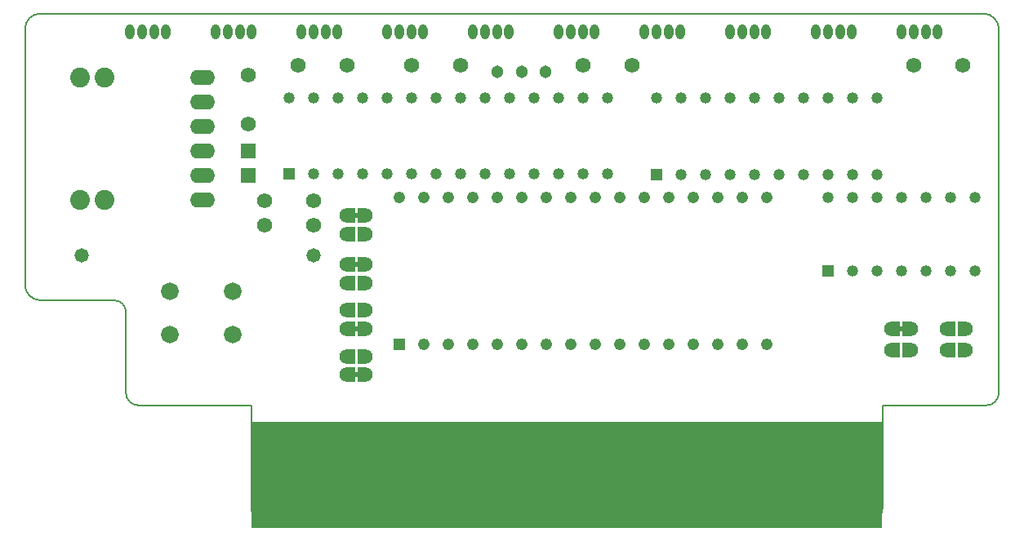
<source format=gbr>
G04 DesignSpark PCB PRO Gerber Version 10.0 Build 5299*
G04 #@! TF.Part,Single*
G04 #@! TF.FileFunction,Soldermask,Top*
G04 #@! TF.FilePolarity,Negative*
%FSLAX35Y35*%
%MOIN*%
G04 #@! TA.AperFunction,ComponentPad*
%ADD119O,0.03743X0.06184*%
G04 #@! TA.AperFunction,SMDPad,CuDef*
%ADD101R,0.06893X0.29728*%
%ADD14R,0.06893X0.35633*%
G04 #@! TA.AperFunction,ComponentPad*
%ADD112R,0.04649X0.04649*%
%ADD109R,0.04661X0.04661*%
%ADD102R,0.04759X0.04759*%
%ADD132R,0.06200X0.06200*%
G04 #@! TD.AperFunction*
%ADD19C,0.00500*%
G04 #@! TA.AperFunction,SMDPad,CuDef*
%AMT104*0 Bullet Pad at angle 90*21,1,0.06200,0.03100,0,0,90*%
%ADD104T104*%
G04 #@! TA.AperFunction,ComponentPad*
%ADD115O,0.10137X0.06200*%
G04 #@! TA.AperFunction,SMDPad,CuDef*
%ADD107R,0.04200X0.02400*%
G04 #@! TA.AperFunction,WasherPad*
%ADD12R,2.57639X0.43308*%
G04 #@! TA.AperFunction,ComponentPad*
%ADD113C,0.04649*%
%ADD110C,0.04661*%
%ADD103C,0.04759*%
%ADD111C,0.05125*%
%ADD120C,0.05810*%
G04 #@! TA.AperFunction,SMDPad,CuDef*
%ADD105C,0.06200*%
G04 #@! TA.AperFunction,ComponentPad*
%ADD108C,0.06200*%
%ADD114C,0.07200*%
%ADD116C,0.08074*%
G04 #@! TA.AperFunction,SMDPad,CuDef*
%AMT106*0 Bullet Pad at angle 270*21,1,0.06200,0.03100,0,0,270*%
%ADD106T106*%
G04 #@! TD.AperFunction*
X0Y0D02*
D02*
D12*
X255079Y28802D03*
D02*
D14*
X135004Y31754D03*
X145004D03*
X155004D03*
X175004D03*
X185004D03*
X195004D03*
X205004D03*
X215004D03*
X225004D03*
X235004D03*
X245004D03*
X255004D03*
X265004D03*
X275004D03*
X285004D03*
X295004D03*
X305004D03*
X315004D03*
X325004D03*
X335004D03*
X345004D03*
X355004D03*
X365004D03*
X375004D03*
D02*
D19*
X131500Y9707D02*
G75*
G02*
X126220Y14987I0J5280D01*
G01*
Y57344D01*
X80041D01*
G75*
G02*
X75041Y62344I0J5000D01*
G01*
Y95258D01*
G75*
G03*
X70041Y100258I-5000J0D01*
G01*
X40054D01*
G75*
G02*
X33804Y106508I0J6250D01*
G01*
Y211094D01*
G75*
G02*
X40054Y217344I6250J0D01*
G01*
X425054D01*
G75*
G02*
X431304Y211094I0J-6250D01*
G01*
Y62344D01*
G75*
G02*
X426304Y57344I-5000J0D01*
G01*
X383858D01*
Y15204D01*
G75*
G02*
X378361Y9707I-5497J0D01*
G01*
X131500D01*
D02*
D101*
X165004Y34707D03*
D02*
D102*
X186510Y82344D03*
D02*
D103*
Y142344D03*
X196510Y82344D03*
Y142344D03*
X206510Y82344D03*
Y142344D03*
X216510Y82344D03*
Y142344D03*
X226510Y82344D03*
Y142344D03*
X236510Y82344D03*
Y142344D03*
X246510Y82344D03*
Y142344D03*
X256510Y82344D03*
Y142344D03*
X266510Y82344D03*
Y142344D03*
X276510Y82344D03*
Y142344D03*
X286510Y82344D03*
Y142344D03*
X296510Y82344D03*
Y142344D03*
X306510Y82344D03*
Y142344D03*
X316510Y82344D03*
Y142344D03*
X326510Y82344D03*
Y142344D03*
X336510Y82344D03*
Y142344D03*
D02*
D104*
X166800Y69844D03*
D02*
D105*
X165250D03*
D02*
D104*
X166800Y77344D03*
D02*
D105*
X165250D03*
D02*
D104*
X166800Y88594D03*
D02*
D105*
X165250D03*
D02*
D104*
X166800Y96094D03*
D02*
D105*
X165250D03*
D02*
D104*
X166800Y107344D03*
D02*
D105*
X165250D03*
D02*
D104*
X166800Y114844D03*
D02*
D105*
X165250D03*
D02*
D104*
X166800Y127344D03*
D02*
D105*
X165250D03*
D02*
D104*
X166800Y134844D03*
D02*
D105*
X165250D03*
D02*
D104*
X389300Y79844D03*
D02*
D105*
X387750D03*
D02*
D104*
X389300Y88594D03*
D02*
D105*
X387750D03*
D02*
D104*
X411800Y79844D03*
D02*
D105*
X410250D03*
D02*
D104*
X411800Y88594D03*
D02*
D105*
X410250D03*
D02*
D106*
X171200Y69844D03*
D02*
D105*
X172750D03*
D02*
D106*
X171200Y77344D03*
D02*
D105*
X172750D03*
D02*
D106*
X171200Y88594D03*
D02*
D105*
X172750D03*
D02*
D106*
X171200Y96094D03*
D02*
D105*
X172750D03*
D02*
D106*
X171200Y107344D03*
D02*
D105*
X172750D03*
D02*
D106*
X171200Y114844D03*
D02*
D105*
X172750D03*
D02*
D106*
X171200Y127344D03*
D02*
D105*
X172750D03*
D02*
D106*
X171200Y134844D03*
D02*
D105*
X172750D03*
D02*
D106*
X393700Y79844D03*
D02*
D105*
X395250D03*
D02*
D106*
X393700Y88594D03*
D02*
D105*
X395250D03*
D02*
D106*
X416200Y79844D03*
D02*
D105*
X417750D03*
D02*
D106*
X416200Y88594D03*
D02*
D105*
X417750D03*
D02*
D107*
X169000Y69844D03*
Y88594D03*
Y114844D03*
Y134844D03*
X391500Y88594D03*
D02*
D108*
X125053Y172344D03*
Y192344D03*
X131500Y130957D03*
Y140957D03*
X145250Y196094D03*
X151500Y130957D03*
Y140957D03*
X165250Y196094D03*
X191500D03*
X211500D03*
X261500D03*
X281500D03*
X396500D03*
X416500D03*
D02*
D109*
X141500Y151719D03*
D02*
D110*
Y182970D03*
X151500Y151719D03*
Y182970D03*
X161500Y151719D03*
Y182970D03*
X171500Y151719D03*
Y182970D03*
X181500Y151719D03*
Y182970D03*
X191500Y151719D03*
Y182970D03*
X201500Y151719D03*
Y182970D03*
X211500Y151719D03*
Y182970D03*
X221500Y151719D03*
Y182970D03*
X231500Y151719D03*
Y182970D03*
X241500Y151719D03*
Y182970D03*
X251500Y151719D03*
Y182970D03*
X261500Y151719D03*
Y182970D03*
X271500Y151719D03*
Y182970D03*
D02*
D111*
X226657Y193457D03*
X236500D03*
X246343D03*
D02*
D112*
X291500Y151715D03*
X361500Y112344D03*
D02*
D113*
X291500Y182974D03*
X301500Y151715D03*
Y182974D03*
X311500Y151715D03*
Y182974D03*
X321500Y151715D03*
Y182974D03*
X331500Y151715D03*
Y182974D03*
X341500Y151715D03*
Y182974D03*
X351500Y151715D03*
Y182974D03*
X361500Y142344D03*
Y151715D03*
Y182974D03*
X371500Y112344D03*
Y142344D03*
Y151715D03*
Y182974D03*
X381500Y112344D03*
Y142344D03*
Y151715D03*
Y182974D03*
X391500Y112344D03*
Y142344D03*
X401500Y112344D03*
Y142344D03*
X411500Y112344D03*
Y142344D03*
X421500Y112344D03*
Y142344D03*
D02*
D114*
X93016Y86094D03*
Y103811D03*
X118606Y86094D03*
Y103811D03*
D02*
D115*
X106344Y141341D03*
Y151341D03*
Y161341D03*
Y171341D03*
Y181341D03*
Y191341D03*
D02*
D116*
X56344Y141341D03*
Y191341D03*
X66344Y141341D03*
Y191341D03*
D02*
D119*
X76618Y209844D03*
X81539D03*
X86461D03*
X91382D03*
X111618D03*
X116539D03*
X121461D03*
X126382D03*
X146618D03*
X151539D03*
X156461D03*
X161382D03*
X181618D03*
X186539D03*
X191461D03*
X196382D03*
X216618D03*
X221539D03*
X226461D03*
X231382D03*
X251618D03*
X256539D03*
X261461D03*
X266382D03*
X286618D03*
X291539D03*
X296461D03*
X301382D03*
X321618D03*
X326539D03*
X331461D03*
X336382D03*
X356618D03*
X361539D03*
X366461D03*
X371382D03*
X391618D03*
X396539D03*
X401461D03*
X406382D03*
D02*
D120*
X57012Y118457D03*
X151500D03*
D02*
D132*
X125053Y151341D03*
Y161341D03*
X0Y0D02*
M02*

</source>
